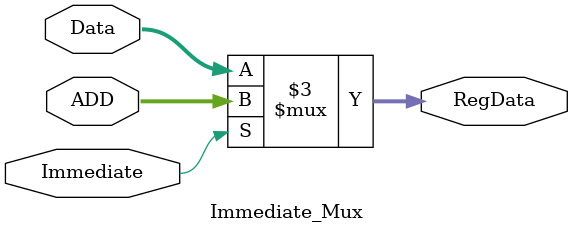
<source format=sv>
`timescale 1ns / 1ps


module Immediate_Mux(
    input Immediate,
    input signed [15:0] Data,
    input signed [15:0] ADD,
    output reg signed [15:0] RegData
    );
    
    //always @ (Immediate or Data or ADD)
    always @ *
        RegData = (Immediate == 1'b0) ? Data : ADD;
    
endmodule
</source>
